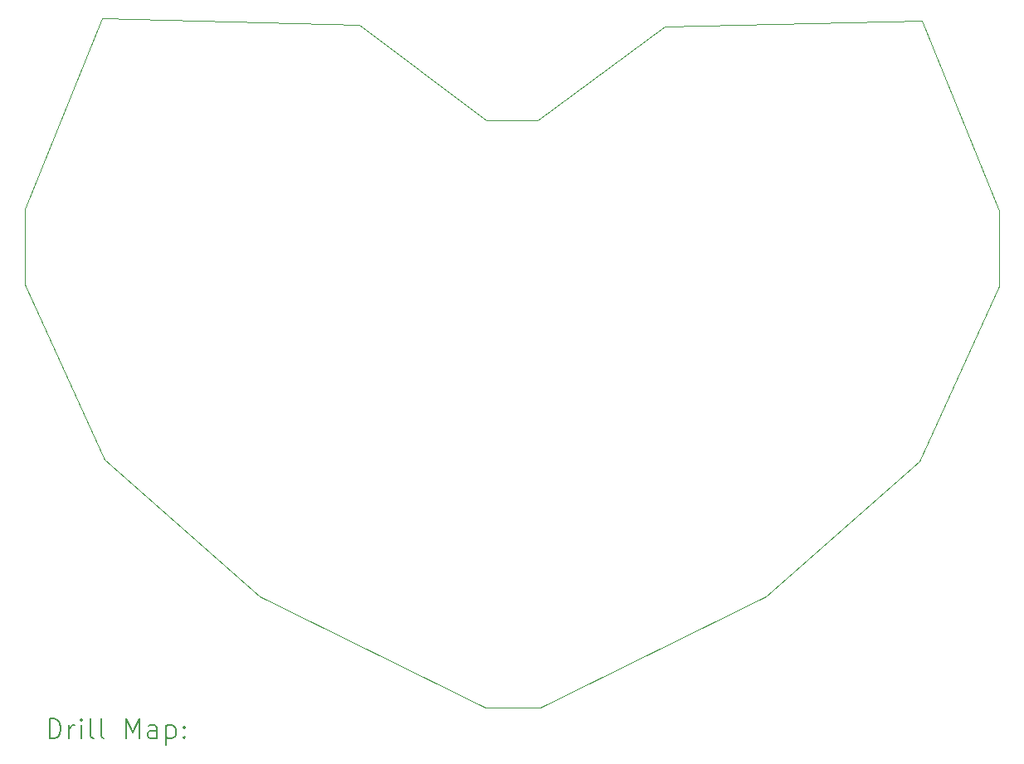
<source format=gbr>
%FSLAX45Y45*%
G04 Gerber Fmt 4.5, Leading zero omitted, Abs format (unit mm)*
G04 Created by KiCad (PCBNEW 6.0.4-6f826c9f35~116~ubuntu20.04.1) date 2022-04-29 19:57:33*
%MOMM*%
%LPD*%
G01*
G04 APERTURE LIST*
%TA.AperFunction,Profile*%
%ADD10C,0.100000*%
%TD*%
%ADD11C,0.200000*%
G04 APERTURE END LIST*
D10*
X10910000Y-14280000D02*
X12480000Y-12900000D01*
X12480000Y-12900000D02*
X13290000Y-11110000D01*
X9880000Y-8460000D02*
X8580000Y-9420000D01*
X13290000Y-10340000D02*
X12500000Y-8400000D01*
X13290000Y-11110000D02*
X13290000Y-10340000D01*
X8610000Y-15410000D02*
X10910000Y-14280000D01*
X12500000Y-8400000D02*
X9880000Y-8460000D01*
X8050000Y-15410000D02*
X8610000Y-15410000D01*
X5750000Y-14280000D02*
X8050000Y-15410000D01*
X4160000Y-12880000D02*
X5750000Y-14280000D01*
X3350000Y-11090000D02*
X4160000Y-12880000D01*
X3350000Y-10320000D02*
X3350000Y-11090000D01*
X4140000Y-8380000D02*
X3350000Y-10320000D01*
X6760000Y-8440000D02*
X4140000Y-8380000D01*
X8060000Y-9420000D02*
X6760000Y-8440000D01*
X8580000Y-9420000D02*
X8060000Y-9420000D01*
D11*
X3602619Y-15725476D02*
X3602619Y-15525476D01*
X3650238Y-15525476D01*
X3678809Y-15535000D01*
X3697857Y-15554048D01*
X3707381Y-15573095D01*
X3716905Y-15611190D01*
X3716905Y-15639762D01*
X3707381Y-15677857D01*
X3697857Y-15696905D01*
X3678809Y-15715952D01*
X3650238Y-15725476D01*
X3602619Y-15725476D01*
X3802619Y-15725476D02*
X3802619Y-15592143D01*
X3802619Y-15630238D02*
X3812143Y-15611190D01*
X3821667Y-15601667D01*
X3840714Y-15592143D01*
X3859762Y-15592143D01*
X3926428Y-15725476D02*
X3926428Y-15592143D01*
X3926428Y-15525476D02*
X3916905Y-15535000D01*
X3926428Y-15544524D01*
X3935952Y-15535000D01*
X3926428Y-15525476D01*
X3926428Y-15544524D01*
X4050238Y-15725476D02*
X4031190Y-15715952D01*
X4021667Y-15696905D01*
X4021667Y-15525476D01*
X4155000Y-15725476D02*
X4135952Y-15715952D01*
X4126428Y-15696905D01*
X4126428Y-15525476D01*
X4383571Y-15725476D02*
X4383571Y-15525476D01*
X4450238Y-15668333D01*
X4516905Y-15525476D01*
X4516905Y-15725476D01*
X4697857Y-15725476D02*
X4697857Y-15620714D01*
X4688333Y-15601667D01*
X4669286Y-15592143D01*
X4631190Y-15592143D01*
X4612143Y-15601667D01*
X4697857Y-15715952D02*
X4678810Y-15725476D01*
X4631190Y-15725476D01*
X4612143Y-15715952D01*
X4602619Y-15696905D01*
X4602619Y-15677857D01*
X4612143Y-15658809D01*
X4631190Y-15649286D01*
X4678810Y-15649286D01*
X4697857Y-15639762D01*
X4793095Y-15592143D02*
X4793095Y-15792143D01*
X4793095Y-15601667D02*
X4812143Y-15592143D01*
X4850238Y-15592143D01*
X4869286Y-15601667D01*
X4878810Y-15611190D01*
X4888333Y-15630238D01*
X4888333Y-15687381D01*
X4878810Y-15706428D01*
X4869286Y-15715952D01*
X4850238Y-15725476D01*
X4812143Y-15725476D01*
X4793095Y-15715952D01*
X4974048Y-15706428D02*
X4983571Y-15715952D01*
X4974048Y-15725476D01*
X4964524Y-15715952D01*
X4974048Y-15706428D01*
X4974048Y-15725476D01*
X4974048Y-15601667D02*
X4983571Y-15611190D01*
X4974048Y-15620714D01*
X4964524Y-15611190D01*
X4974048Y-15601667D01*
X4974048Y-15620714D01*
M02*

</source>
